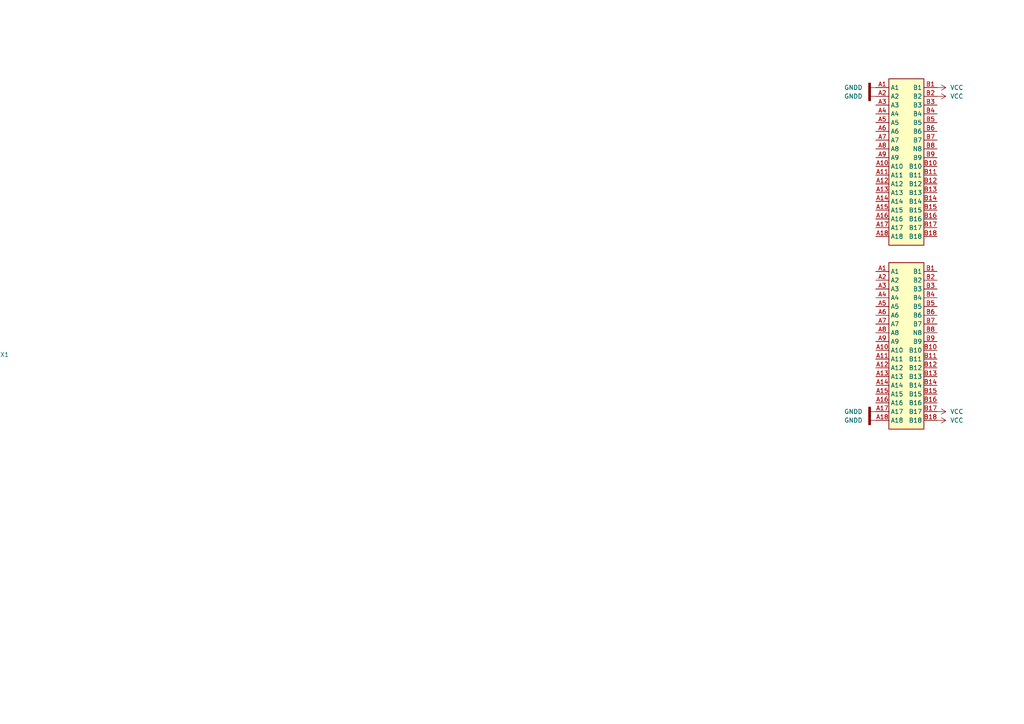
<source format=kicad_sch>
(kicad_sch (version 20230121) (generator eeschema)
  (paper "A4")
  (lib_symbols
    (symbol "Connector:Conn_01x36_Pin" (pin_names (offset 1.016) hide)
      (property "Reference" "J" (at 0 45.72 0))
      (property "Value" "Conn_01x36_Pin" (at 0 -48.26 0))
      (symbol "Conn_01x36_Pin_1_1"
        (polyline (pts (xy 1.27 -45.72) (xy 0.8636 -45.72)) (stroke (width 0.1524)))
        (polyline (pts (xy 1.27 -43.18) (xy 0.8636 -43.18)) (stroke (width 0.1524)))
        (polyline (pts (xy 1.27 -40.64) (xy 0.8636 -40.64)) (stroke (width 0.1524)))
        (polyline (pts (xy 1.27 -38.1) (xy 0.8636 -38.1)) (stroke (width 0.1524)))
        (polyline (pts (xy 1.27 -35.56) (xy 0.8636 -35.56)) (stroke (width 0.1524)))
        (polyline (pts (xy 1.27 -33.02) (xy 0.8636 -33.02)) (stroke (width 0.1524)))
        (polyline (pts (xy 1.27 -30.48) (xy 0.8636 -30.48)) (stroke (width 0.1524)))
        (polyline (pts (xy 1.27 -27.94) (xy 0.8636 -27.94)) (stroke (width 0.1524)))
        (polyline (pts (xy 1.27 -25.4) (xy 0.8636 -25.4)) (stroke (width 0.1524)))
        (polyline (pts (xy 1.27 -22.86) (xy 0.8636 -22.86)) (stroke (width 0.1524)))
        (polyline (pts (xy 1.27 -20.32) (xy 0.8636 -20.32)) (stroke (width 0.1524)))
        (polyline (pts (xy 1.27 -17.78) (xy 0.8636 -17.78)) (stroke (width 0.1524)))
        (polyline (pts (xy 1.27 -15.24) (xy 0.8636 -15.24)) (stroke (width 0.1524)))
        (polyline (pts (xy 1.27 -12.7) (xy 0.8636 -12.7)) (stroke (width 0.1524)))
        (polyline (pts (xy 1.27 -10.16) (xy 0.8636 -10.16)) (stroke (width 0.1524)))
        (polyline (pts (xy 1.27 -7.62) (xy 0.8636 -7.62)) (stroke (width 0.1524)))
        (polyline (pts (xy 1.27 -5.08) (xy 0.8636 -5.08)) (stroke (width 0.1524)))
        (polyline (pts (xy 1.27 -2.54) (xy 0.8636 -2.54)) (stroke (width 0.1524)))
        (polyline (pts (xy 1.27 0) (xy 0.8636 0)) (stroke (width 0.1524)))
        (polyline (pts (xy 1.27 2.54) (xy 0.8636 2.54)) (stroke (width 0.1524)))
        (polyline (pts (xy 1.27 5.08) (xy 0.8636 5.08)) (stroke (width 0.1524)))
        (polyline (pts (xy 1.27 7.62) (xy 0.8636 7.62)) (stroke (width 0.1524)))
        (polyline (pts (xy 1.27 10.16) (xy 0.8636 10.16)) (stroke (width 0.1524)))
        (polyline (pts (xy 1.27 12.7) (xy 0.8636 12.7)) (stroke (width 0.1524)))
        (polyline (pts (xy 1.27 15.24) (xy 0.8636 15.24)) (stroke (width 0.1524)))
        (polyline (pts (xy 1.27 17.78) (xy 0.8636 17.78)) (stroke (width 0.1524)))
        (polyline (pts (xy 1.27 20.32) (xy 0.8636 20.32)) (stroke (width 0.1524)))
        (polyline (pts (xy 1.27 22.86) (xy 0.8636 22.86)) (stroke (width 0.1524)))
        (polyline (pts (xy 1.27 25.4) (xy 0.8636 25.4)) (stroke (width 0.1524)))
        (polyline (pts (xy 1.27 27.94) (xy 0.8636 27.94)) (stroke (width 0.1524)))
        (polyline (pts (xy 1.27 30.48) (xy 0.8636 30.48)) (stroke (width 0.1524)))
        (polyline (pts (xy 1.27 33.02) (xy 0.8636 33.02)) (stroke (width 0.1524)))
        (polyline (pts (xy 1.27 35.56) (xy 0.8636 35.56)) (stroke (width 0.1524)))
        (polyline (pts (xy 1.27 38.1) (xy 0.8636 38.1)) (stroke (width 0.1524)))
        (polyline (pts (xy 1.27 40.64) (xy 0.8636 40.64)) (stroke (width 0.1524)))
        (polyline (pts (xy 1.27 43.18) (xy 0.8636 43.18)) (stroke (width 0.1524)))
        (rectangle (start 0.8636 -45.593) (end 0 -45.847) (stroke (width 0.1524)) (fill (type outline)))
        (rectangle (start 0.8636 -43.053) (end 0 -43.307) (stroke (width 0.1524)) (fill (type outline)))
        (rectangle (start 0.8636 -40.513) (end 0 -40.767) (stroke (width 0.1524)) (fill (type outline)))
        (rectangle (start 0.8636 -37.973) (end 0 -38.227) (stroke (width 0.1524)) (fill (type outline)))
        (rectangle (start 0.8636 -35.433) (end 0 -35.687) (stroke (width 0.1524)) (fill (type outline)))
        (rectangle (start 0.8636 -32.893) (end 0 -33.147) (stroke (width 0.1524)) (fill (type outline)))
        (rectangle (start 0.8636 -30.353) (end 0 -30.607) (stroke (width 0.1524)) (fill (type outline)))
        (rectangle (start 0.8636 -27.813) (end 0 -28.067) (stroke (width 0.1524)) (fill (type outline)))
        (rectangle (start 0.8636 -25.273) (end 0 -25.527) (stroke (width 0.1524)) (fill (type outline)))
        (rectangle (start 0.8636 -22.733) (end 0 -22.987) (stroke (width 0.1524)) (fill (type outline)))
        (rectangle (start 0.8636 -20.193) (end 0 -20.447) (stroke (width 0.1524)) (fill (type outline)))
        (rectangle (start 0.8636 -17.653) (end 0 -17.907) (stroke (width 0.1524)) (fill (type outline)))
        (rectangle (start 0.8636 -15.113) (end 0 -15.367) (stroke (width 0.1524)) (fill (type outline)))
        (rectangle (start 0.8636 -12.573) (end 0 -12.827) (stroke (width 0.1524)) (fill (type outline)))
        (rectangle (start 0.8636 -10.033) (end 0 -10.287) (stroke (width 0.1524)) (fill (type outline)))
        (rectangle (start 0.8636 -7.493) (end 0 -7.747) (stroke (width 0.1524)) (fill (type outline)))
        (rectangle (start 0.8636 -4.953) (end 0 -5.207) (stroke (width 0.1524)) (fill (type outline)))
        (rectangle (start 0.8636 -2.413) (end 0 -2.667) (stroke (width 0.1524)) (fill (type outline)))
        (rectangle (start 0.8636 0.127) (end 0 -0.127) (stroke (width 0.1524)) (fill (type outline)))
        (rectangle (start 0.8636 2.667) (end 0 2.413) (stroke (width 0.1524)) (fill (type outline)))
        (rectangle (start 0.8636 5.207) (end 0 4.953) (stroke (width 0.1524)) (fill (type outline)))
        (rectangle (start 0.8636 7.747) (end 0 7.493) (stroke (width 0.1524)) (fill (type outline)))
        (rectangle (start 0.8636 10.287) (end 0 10.033) (stroke (width 0.1524)) (fill (type outline)))
        (rectangle (start 0.8636 12.827) (end 0 12.573) (stroke (width 0.1524)) (fill (type outline)))
        (rectangle (start 0.8636 15.367) (end 0 15.113) (stroke (width 0.1524)) (fill (type outline)))
        (rectangle (start 0.8636 17.907) (end 0 17.653) (stroke (width 0.1524)) (fill (type outline)))
        (rectangle (start 0.8636 20.447) (end 0 20.193) (stroke (width 0.1524)) (fill (type outline)))
        (rectangle (start 0.8636 22.987) (end 0 22.733) (stroke (width 0.1524)) (fill (type outline)))
        (rectangle (start 0.8636 25.527) (end 0 25.273) (stroke (width 0.1524)) (fill (type outline)))
        (rectangle (start 0.8636 28.067) (end 0 27.813) (stroke (width 0.1524)) (fill (type outline)))
        (rectangle (start 0.8636 30.607) (end 0 30.353) (stroke (width 0.1524)) (fill (type outline)))
        (rectangle (start 0.8636 33.147) (end 0 32.893) (stroke (width 0.1524)) (fill (type outline)))
        (rectangle (start 0.8636 35.687) (end 0 35.433) (stroke (width 0.1524)) (fill (type outline)))
        (rectangle (start 0.8636 38.227) (end 0 37.973) (stroke (width 0.1524)) (fill (type outline)))
        (rectangle (start 0.8636 40.767) (end 0 40.513) (stroke (width 0.1524)) (fill (type outline)))
        (rectangle (start 0.8636 43.307) (end 0 43.053) (stroke (width 0.1524)) (fill (type outline)))
        (pin passive line (at 5.08 43.18 180) (length 3.81) (name "Pin_1") (number "1"))
        (pin passive line (at 5.08 20.32 180) (length 3.81) (name "Pin_10") (number "10"))
        (pin passive line (at 5.08 17.78 180) (length 3.81) (name "Pin_11") (number "11"))
        (pin passive line (at 5.08 15.24 180) (length 3.81) (name "Pin_12") (number "12"))
        (pin passive line (at 5.08 12.7 180) (length 3.81) (name "Pin_13") (number "13"))
        (pin passive line (at 5.08 10.16 180) (length 3.81) (name "Pin_14") (number "14"))
        (pin passive line (at 5.08 7.62 180) (length 3.81) (name "Pin_15") (number "15"))
        (pin passive line (at 5.08 5.08 180) (length 3.81) (name "Pin_16") (number "16"))
        (pin passive line (at 5.08 2.54 180) (length 3.81) (name "Pin_17") (number "17"))
        (pin passive line (at 5.08 0 180) (length 3.81) (name "Pin_18") (number "18"))
        (pin passive line (at 5.08 -2.54 180) (length 3.81) (name "Pin_19") (number "19"))
        (pin passive line (at 5.08 40.64 180) (length 3.81) (name "Pin_2") (number "2"))
        (pin passive line (at 5.08 -5.08 180) (length 3.81) (name "Pin_20") (number "20"))
        (pin passive line (at 5.08 -7.62 180) (length 3.81) (name "Pin_21") (number "21"))
        (pin passive line (at 5.08 -10.16 180) (length 3.81) (name "Pin_22") (number "22"))
        (pin passive line (at 5.08 -12.7 180) (length 3.81) (name "Pin_23") (number "23"))
        (pin passive line (at 5.08 -15.24 180) (length 3.81) (name "Pin_24") (number "24"))
        (pin passive line (at 5.08 -17.78 180) (length 3.81) (name "Pin_25") (number "25"))
        (pin passive line (at 5.08 -20.32 180) (length 3.81) (name "Pin_26") (number "26"))
        (pin passive line (at 5.08 -22.86 180) (length 3.81) (name "Pin_27") (number "27"))
        (pin passive line (at 5.08 -25.4 180) (length 3.81) (name "Pin_28") (number "28"))
        (pin passive line (at 5.08 -27.94 180) (length 3.81) (name "Pin_29") (number "29"))
        (pin passive line (at 5.08 38.1 180) (length 3.81) (name "Pin_3") (number "3"))
        (pin passive line (at 5.08 -30.48 180) (length 3.81) (name "Pin_30") (number "30"))
        (pin passive line (at 5.08 -33.02 180) (length 3.81) (name "Pin_31") (number "31"))
        (pin passive line (at 5.08 -35.56 180) (length 3.81) (name "Pin_32") (number "32"))
        (pin passive line (at 5.08 -38.1 180) (length 3.81) (name "Pin_33") (number "33"))
        (pin passive line (at 5.08 -40.64 180) (length 3.81) (name "Pin_34") (number "34"))
        (pin passive line (at 5.08 -43.18 180) (length 3.81) (name "Pin_35") (number "35"))
        (pin passive line (at 5.08 -45.72 180) (length 3.81) (name "Pin_36") (number "36"))
        (pin passive line (at 5.08 35.56 180) (length 3.81) (name "Pin_4") (number "4"))
        (pin passive line (at 5.08 33.02 180) (length 3.81) (name "Pin_5") (number "5"))
        (pin passive line (at 5.08 30.48 180) (length 3.81) (name "Pin_6") (number "6"))
        (pin passive line (at 5.08 27.94 180) (length 3.81) (name "Pin_7") (number "7"))
        (pin passive line (at 5.08 25.4 180) (length 3.81) (name "Pin_8") (number "8"))
        (pin passive line (at 5.08 22.86 180) (length 3.81) (name "Pin_9") (number "9"))
      )
    )
    (symbol "Device:C_Polarized" (pin_numbers hide) (pin_names (offset 0.254))
      (property "Reference" "C" (at 0.635 2.54 0))
      (property "Value" "C_Polarized" (at 0.635 -2.54 0))
      (symbol "C_Polarized_0_1"
        (rectangle (start -2.286 0.508) (end 2.286 1.016))
        (polyline (pts (xy -1.778 2.286) (xy -0.762 2.286)))
        (polyline (pts (xy -1.27 2.794) (xy -1.27 1.778)))
        (rectangle (start 2.286 -0.508) (end -2.286 -1.016) (fill (type outline)))
      )
      (symbol "C_Polarized_1_1"
        (pin passive line (at 0 3.81 270) (length 2.794) (name "~") (number "1"))
        (pin passive line (at 0 -3.81 90) (length 2.794) (name "~") (number "2"))
      )
    )
    (symbol "Device:LED" (pin_numbers hide) (pin_names (offset 1.016) hide)
      (property "Reference" "D" (at 0 2.54 0))
      (property "Value" "LED" (at 0 -2.54 0))
      (symbol "LED_0_1"
        (polyline (pts (xy -1.27 -1.27) (xy -1.27 1.27)) (stroke (width 0.254)))
        (polyline (pts (xy -1.27 0) (xy 1.27 0)))
        (polyline (pts (xy 1.27 -1.27) (xy 1.27 1.27) (xy -1.27 0) (xy 1.27 -1.27)) (stroke (width 0.254)))
        (polyline (pts (xy -3.048 -0.762) (xy -4.572 -2.286) (xy -3.81 -2.286) (xy -4.572 -2.286) (xy -4.572 -1.524)))
        (polyline (pts (xy -1.778 -0.762) (xy -3.302 -2.286) (xy -2.54 -2.286) (xy -3.302 -2.286) (xy -3.302 -1.524)))
      )
      (symbol "LED_1_1"
        (pin passive line (at -3.81 0 0) (length 2.54) (name "K") (number "1"))
        (pin passive line (at 3.81 0 180) (length 2.54) (name "A") (number "2"))
      )
    )
    (symbol "Device:R" (pin_numbers hide) (pin_names (offset 0))
      (property "Reference" "R" (at 2.032 0 90))
      (property "Value" "R" (at 0 0 90))
      (symbol "R_0_1"
        (rectangle (start -1.016 -2.54) (end 1.016 2.54) (stroke (width 0.254)))
      )
      (symbol "R_1_1"
        (pin passive line (at 0 3.81 270) (length 1.27) (name "~") (number "1"))
        (pin passive line (at 0 -3.81 90) (length 1.27) (name "~") (number "2"))
      )
    )
    (symbol "Mechanical:MountingHole" (pin_names (offset 1.016))
      (property "Reference" "H" (at 0 5.08 0))
      (property "Value" "MountingHole" (at 0 3.175 0))
      (symbol "MountingHole_0_1"
        (circle (center 0 0) (radius 1.27) (stroke (width 1.27)))
      )
    )
    (symbol "matseng:10018783-10200TLF"
      (property "Reference" "J" (at 21.59 7.62 0))
      (property "Value" "10018783-10200TLF" (at 21.59 5.08 0))
      (symbol "10018783-10200TLF_1_1"
        (rectangle (start 5.08 2.54) (end 20.32 -45.72) (stroke (width 0.254)) (fill (type background)))
        (pin passive line (at 0 0 0) (length 5.08) (name "A1") (number "A1"))
        (pin passive line (at 0 -22.86 0) (length 5.08) (name "A10") (number "A10"))
        (pin passive line (at 0 -25.4 0) (length 5.08) (name "A11") (number "A11"))
        (pin passive line (at 0 -27.94 0) (length 5.08) (name "A12") (number "A12"))
        (pin passive line (at 0 -30.48 0) (length 5.08) (name "A13") (number "A13"))
        (pin passive line (at 0 -33.02 0) (length 5.08) (name "A14") (number "A14"))
        (pin passive line (at 0 -35.56 0) (length 5.08) (name "A15") (number "A15"))
        (pin passive line (at 0 -38.1 0) (length 5.08) (name "A16") (number "A16"))
        (pin passive line (at 0 -40.64 0) (length 5.08) (name "A17") (number "A17"))
        (pin passive line (at 0 -43.18 0) (length 5.08) (name "A18") (number "A18"))
        (pin passive line (at 0 -2.54 0) (length 5.08) (name "A2") (number "A2"))
        (pin passive line (at 0 -5.08 0) (length 5.08) (name "A3") (number "A3"))
        (pin passive line (at 0 -7.62 0) (length 5.08) (name "A4") (number "A4"))
        (pin passive line (at 0 -10.16 0) (length 5.08) (name "A5") (number "A5"))
        (pin passive line (at 0 -12.7 0) (length 5.08) (name "A6") (number "A6"))
        (pin passive line (at 0 -15.24 0) (length 5.08) (name "A7") (number "A7"))
        (pin passive line (at 0 -17.78 0) (length 5.08) (name "A8") (number "A8"))
        (pin passive line (at 0 -20.32 0) (length 5.08) (name "A9") (number "A9"))
        (pin passive line (at 25.4 0 180) (length 5.08) (name "B1") (number "B1"))
        (pin passive line (at 25.4 -22.86 180) (length 5.08) (name "B10") (number "B10"))
        (pin passive line (at 25.4 -25.4 180) (length 5.08) (name "B11") (number "B11"))
        (pin passive line (at 25.4 -27.94 180) (length 5.08) (name "B12") (number "B12"))
        (pin passive line (at 25.4 -30.48 180) (length 5.08) (name "B13") (number "B13"))
        (pin passive line (at 25.4 -33.02 180) (length 5.08) (name "B14") (number "B14"))
        (pin passive line (at 25.4 -35.56 180) (length 5.08) (name "B15") (number "B15"))
        (pin passive line (at 25.4 -38.1 180) (length 5.08) (name "B16") (number "B16"))
        (pin passive line (at 25.4 -40.64 180) (length 5.08) (name "B17") (number "B17"))
        (pin passive line (at 25.4 -43.18 180) (length 5.08) (name "B18") (number "B18"))
        (pin passive line (at 25.4 -2.54 180) (length 5.08) (name "B2") (number "B2"))
        (pin passive line (at 25.4 -5.08 180) (length 5.08) (name "B3") (number "B3"))
        (pin passive line (at 25.4 -7.62 180) (length 5.08) (name "B4") (number "B4"))
        (pin passive line (at 25.4 -10.16 180) (length 5.08) (name "B5") (number "B5"))
        (pin passive line (at 25.4 -12.7 180) (length 5.08) (name "B6") (number "B6"))
        (pin passive line (at 25.4 -15.24 180) (length 5.08) (name "B7") (number "B7"))
        (pin passive line (at 25.4 -17.78 180) (length 5.08) (name "B8") (number "B8"))
        (pin passive line (at 25.4 -20.32 180) (length 5.08) (name "B9") (number "B9"))
      )
    )
    (symbol "matseng:CONN64" (in_bom no)
      (property "Reference" "X" (at 0 -24.13 0))
      (symbol "CONN64_0_1"
        (rectangle (start 0 1.27) (end 3.81 -161.29))
      )
      (symbol "CONN64_1_1"
        (pin unspecified line (at -2.54 0 0) (length 2.54) (name "1") (number "1"))
        (pin unspecified line (at -2.54 -22.86 0) (length 2.54) (name "1") (number "10"))
        (pin unspecified line (at -2.54 -25.4 0) (length 2.54) (name "1") (number "11"))
        (pin unspecified line (at -2.54 -27.94 0) (length 2.54) (name "1") (number "12"))
        (pin unspecified line (at -2.54 -30.48 0) (length 2.54) (name "1") (number "13"))
        (pin unspecified line (at -2.54 -33.02 0) (length 2.54) (name "1") (number "14"))
        (pin unspecified line (at -2.54 -35.56 0) (length 2.54) (name "1") (number "15"))
        (pin unspecified line (at -2.54 -38.1 0) (length 2.54) (name "1") (number "16"))
        (pin unspecified line (at -2.54 -40.64 0) (length 2.54) (name "1") (number "17"))
        (pin unspecified line (at -2.54 -43.18 0) (length 2.54) (name "1") (number "18"))
        (pin unspecified line (at -2.54 -45.72 0) (length 2.54) (name "1") (number "19"))
        (pin unspecified line (at -2.54 -2.54 0) (length 2.54) (name "1") (number "2"))
        (pin unspecified line (at -2.54 -48.26 0) (length 2.54) (name "1") (number "20"))
        (pin unspecified line (at -2.54 -50.8 0) (length 2.54) (name "1") (number "21"))
        (pin unspecified line (at -2.54 -53.34 0) (length 2.54) (name "1") (number "22"))
        (pin unspecified line (at -2.54 -55.88 0) (length 2.54) (name "1") (number "23"))
        (pin unspecified line (at -2.54 -58.42 0) (length 2.54) (name "1") (number "24"))
        (pin unspecified line (at -2.54 -60.96 0) (length 2.54) (name "1") (number "25"))
        (pin unspecified line (at -2.54 -63.5 0) (length 2.54) (name "1") (number "26"))
        (pin unspecified line (at -2.54 -66.04 0) (length 2.54) (name "1") (number "27"))
        (pin unspecified line (at -2.54 -68.58 0) (length 2.54) (name "1") (number "28"))
        (pin unspecified line (at -2.54 -71.12 0) (length 2.54) (name "1") (number "29"))
        (pin unspecified line (at -2.54 -5.08 0) (length 2.54) (name "1") (number "3"))
        (pin unspecified line (at -2.54 -73.66 0) (length 2.54) (name "1") (number "30"))
        (pin unspecified line (at -2.54 -76.2 0) (length 2.54) (name "1") (number "31"))
        (pin unspecified line (at -2.54 -78.74 0) (length 2.54) (name "1") (number "32"))
        (pin unspecified line (at -2.54 -81.28 0) (length 2.54) (name "1") (number "33"))
        (pin unspecified line (at -2.54 -83.82 0) (length 2.54) (name "1") (number "34"))
        (pin unspecified line (at -2.54 -86.36 0) (length 2.54) (name "1") (number "35"))
        (pin unspecified line (at -2.54 -88.9 0) (length 2.54) (name "1") (number "36"))
        (pin unspecified line (at -2.54 -91.44 0) (length 2.54) (name "1") (number "37"))
        (pin unspecified line (at -2.54 -93.98 0) (length 2.54) (name "1") (number "38"))
        (pin unspecified line (at -2.54 -96.52 0) (length 2.54) (name "1") (number "39"))
        (pin unspecified line (at -2.54 -7.62 0) (length 2.54) (name "1") (number "4"))
        (pin unspecified line (at -2.54 -99.06 0) (length 2.54) (name "1") (number "40"))
        (pin unspecified line (at -2.54 -101.6 0) (length 2.54) (name "1") (number "41"))
        (pin unspecified line (at -2.54 -104.14 0) (length 2.54) (name "1") (number "42"))
        (pin unspecified line (at -2.54 -106.68 0) (length 2.54) (name "1") (number "43"))
        (pin unspecified line (at -2.54 -109.22 0) (length 2.54) (name "1") (number "44"))
        (pin unspecified line (at -2.54 -111.76 0) (length 2.54) (name "1") (number "45"))
        (pin unspecified line (at -2.54 -114.3 0) (length 2.54) (name "1") (number "46"))
        (pin unspecified line (at -2.54 -116.84 0) (length 2.54) (name "1") (number "47"))
        (pin unspecified line (at -2.54 -119.38 0) (length 2.54) (name "1") (number "48"))
        (pin unspecified line (at -2.54 -121.92 0) (length 2.54) (name "1") (number "49"))
        (pin unspecified line (at -2.54 -10.16 0) (length 2.54) (name "1") (number "5"))
        (pin unspecified line (at -2.54 -124.46 0) (length 2.54) (name "1") (number "50"))
        (pin unspecified line (at -2.54 -127 0) (length 2.54) (name "1") (number "51"))
        (pin unspecified line (at -2.54 -129.54 0) (length 2.54) (name "1") (number "52"))
        (pin unspecified line (at -2.54 -132.08 0) (length 2.54) (name "1") (number "53"))
        (pin unspecified line (at -2.54 -134.62 0) (length 2.54) (name "1") (number "54"))
        (pin unspecified line (at -2.54 -137.16 0) (length 2.54) (name "1") (number "55"))
        (pin unspecified line (at -2.54 -139.7 0) (length 2.54) (name "1") (number "56"))
        (pin unspecified line (at -2.54 -142.24 0) (length 2.54) (name "1") (number "57"))
        (pin unspecified line (at -2.54 -144.78 0) (length 2.54) (name "1") (number "58"))
        (pin unspecified line (at -2.54 -147.32 0) (length 2.54) (name "1") (number "59"))
        (pin unspecified line (at -2.54 -12.7 0) (length 2.54) (name "1") (number "6"))
        (pin unspecified line (at -2.54 -149.86 0) (length 2.54) (name "1") (number "60"))
        (pin unspecified line (at -2.54 -152.4 0) (length 2.54) (name "1") (number "61"))
        (pin unspecified line (at -2.54 -154.94 0) (length 2.54) (name "1") (number "62"))
        (pin unspecified line (at -2.54 -157.48 0) (length 2.54) (name "1") (number "63"))
        (pin unspecified line (at -2.54 -160.02 0) (length 2.54) (name "1") (number "64"))
        (pin unspecified line (at -2.54 -15.24 0) (length 2.54) (name "1") (number "7"))
        (pin unspecified line (at -2.54 -17.78 0) (length 2.54) (name "1") (number "8"))
        (pin unspecified line (at -2.54 -20.32 0) (length 2.54) (name "1") (number "9"))
      )
    )
    (symbol "matseng:PCIe36-CardEdge"
      (property "Reference" "J" (at -5.08 24.13 0))
      (property "Value" "Bus_PCI_Express_x1" (at 0 11.43 90))
      (symbol "PCIe36-CardEdge_0_1"
        (rectangle (start -5.08 22.86) (end 5.08 -25.4) (stroke (width 0.254)) (fill (type background)))
      )
      (symbol "PCIe36-CardEdge_1_1"
        (pin unspecified line (at -8.89 20.32 0) (length 3.81) (name "A1") (number "A1"))
        (pin unspecified line (at -8.89 -2.54 0) (length 3.81) (name "A10") (number "A10"))
        (pin unspecified line (at -8.89 -5.08 0) (length 3.81) (name "A11") (number "A11"))
        (pin unspecified line (at -8.89 -7.62 0) (length 3.81) (name "A12") (number "A12"))
        (pin unspecified line (at -8.89 -10.16 0) (length 3.81) (name "A13") (number "A13"))
        (pin unspecified line (at -8.89 -12.7 0) (length 3.81) (name "A14") (number "A14"))
        (pin unspecified line (at -8.89 -15.24 0) (length 3.81) (name "A15") (number "A15"))
        (pin unspecified line (at -8.89 -17.78 0) (length 3.81) (name "A16") (number "A16"))
        (pin unspecified line (at -8.89 -20.32 0) (length 3.81) (name "A17") (number "A17"))
        (pin unspecified line (at -8.89 -22.86 0) (length 3.81) (name "A18") (number "A18"))
        (pin unspecified line (at -8.89 17.78 0) (length 3.81) (name "A2") (number "A2"))
        (pin unspecified line (at -8.89 15.24 0) (length 3.81) (name "A3") (number "A3"))
        (pin unspecified line (at -8.89 12.7 0) (length 3.81) (name "A4") (number "A4"))
        (pin unspecified line (at -8.89 10.16 0) (length 3.81) (name "A5") (number "A5"))
        (pin unspecified line (at -8.89 7.62 0) (length 3.81) (name "A6") (number "A6"))
        (pin unspecified line (at -8.89 5.08 0) (length 3.81) (name "A7") (number "A7"))
        (pin unspecified line (at -8.89 2.54 0) (length 3.81) (name "A8") (number "A8"))
        (pin unspecified line (at -8.89 0 0) (length 3.81) (name "A9") (number "A9"))
        (pin unspecified line (at 8.89 20.32 180) (length 3.81) (name "B1") (number "B1"))
        (pin unspecified line (at 8.89 -2.54 180) (length 3.81) (name "B10") (number "B10"))
        (pin unspecified line (at 8.89 -5.08 180) (length 3.81) (name "B11") (number "B11"))
        (pin unspecified line (at 8.89 -7.62 180) (length 3.81) (name "B12") (number "B12"))
        (pin unspecified line (at 8.89 -10.16 180) (length 3.81) (name "B13") (number "B13"))
        (pin unspecified line (at 8.89 -12.7 180) (length 3.81) (name "B14") (number "B14"))
        (pin unspecified line (at 8.89 -15.24 180) (length 3.81) (name "B15") (number "B15"))
        (pin unspecified line (at 8.89 -17.78 180) (length 3.81) (name "B16") (number "B16"))
        (pin unspecified line (at 8.89 -20.32 180) (length 3.81) (name "B17") (number "B17"))
        (pin unspecified line (at 8.89 -22.86 180) (length 3.81) (name "B18") (number "B18"))
        (pin unspecified line (at 8.89 17.78 180) (length 3.81) (name "B2") (number "B2"))
        (pin unspecified line (at 8.89 15.24 180) (length 3.81) (name "B3") (number "B3"))
        (pin unspecified line (at 8.89 12.7 180) (length 3.81) (name "B4") (number "B4"))
        (pin unspecified line (at 8.89 10.16 180) (length 3.81) (name "B5") (number "B5"))
        (pin unspecified line (at 8.89 7.62 180) (length 3.81) (name "B6") (number "B6"))
        (pin unspecified line (at 8.89 5.08 180) (length 3.81) (name "B7") (number "B7"))
        (pin unspecified line (at 8.89 2.54 180) (length 3.81) (name "N8") (number "B8"))
        (pin unspecified line (at 8.89 0 180) (length 3.81) (name "B9") (number "B9"))
      )
    )
    (symbol "power:GNDD" (power) (pin_names (offset 0))
      (property "Value" "GNDD" (at 0 -3.175 0))
      (symbol "GNDD_0_1"
        (rectangle (start -1.27 -1.524) (end 1.27 -2.032) (stroke (width 0.254)) (fill (type outline)))
        (polyline (pts (xy 0 0) (xy 0 -1.524)))
      )
      (symbol "GNDD_1_1"
        (pin power_in line (at 0 0 270) (length 0) hide (name "GNDD") (number "1"))
      )
    )
    (symbol "power:VCC" (power) (pin_names (offset 0))
      (property "Value" "VCC" (at 0 3.81 0))
      (symbol "VCC_0_1"
        (polyline (pts (xy -0.762 1.27) (xy 0 2.54)))
        (polyline (pts (xy 0 0) (xy 0 2.54)))
        (polyline (pts (xy 0 2.54) (xy 0.762 1.27)))
      )
      (symbol "VCC_1_1"
        (pin power_in line (at 0 0 90) (length 0) hide (name "VCC") (number "1"))
      )
    )
  )
  (junction (at 62.23 -63.5))
  (junction (at -15.24 38.1))
  (junction (at -78.74 71.12))
  (junction (at 58.42 -48.26))
  (junction (at -71.12 101.6))
  (junction (at -25.4 124.46))
  (junction (at -77.47 76.2))
  (junction (at -26.67 83.82))
  (junction (at 62.23 -66.04))
  (junction (at 78.74 -66.04))
  (junction (at -83.82 157.48))
  (junction (at -73.66 116.84))
  (junction (at -78.74 137.16))
  (junction (at -81.28 60.96))
  (junction (at -21.59 63.5))
  (junction (at -11.43 22.86))
  (junction (at -17.78 154.94))
  (junction (at 78.74 -46.99))
  (junction (at -80.01 142.24))
  (junction (at -76.2 81.28))
  (junction (at -82.55 152.4))
  (junction (at -73.66 91.44))
  (junction (at -85.09 162.56))
  (junction (at -87.63 35.56))
  (junction (at -30.48 104.14))
  (junction (at -74.93 86.36))
  (junction (at -19.05 53.34))
  (junction (at 62.23 -60.96))
  (junction (at 58.42 -46.99))
  (junction (at -85.09 45.72))
  (junction (at -21.59 139.7))
  (junction (at -80.01 66.04))
  (junction (at -24.13 73.66))
  (junction (at -90.17 182.88))
  (junction (at -30.48 99.06))
  (junction (at -13.97 33.02))
  (junction (at -25.4 78.74))
  (junction (at -82.55 55.88))
  (junction (at 58.42 -53.34))
  (junction (at -16.51 43.18))
  (junction (at -88.9 177.8))
  (junction (at -88.9 30.48))
  (junction (at -20.32 144.78))
  (junction (at -29.21 109.22))
  (junction (at -27.94 114.3))
  (junction (at 72.39 -66.04))
  (junction (at -12.7 27.94))
  (junction (at -29.21 93.98))
  (junction (at -11.43 180.34))
  (junction (at -19.05 149.86))
  (junction (at -74.93 121.92))
  (junction (at -26.67 119.38))
  (junction (at -83.82 50.8))
  (junction (at -22.86 134.62))
  (junction (at 72.39 -46.99))
  (junction (at -20.32 58.42))
  (junction (at -77.47 132.08))
  (junction (at -27.94 88.9))
  (junction (at -90.17 25.4))
  (junction (at -22.86 68.58))
  (junction (at -12.7 175.26))
  (junction (at -72.39 96.52))
  (junction (at -87.63 172.72))
  (junction (at -13.97 170.18))
  (junction (at -72.39 111.76))
  (junction (at -17.78 48.26))
  (junction (at -15.24 165.1))
  (junction (at -86.36 40.64))
  (junction (at 58.42 -50.8))
  (junction (at -71.12 106.68))
  (junction (at -86.36 167.64))
  (junction (at -16.51 160.02))
  (junction (at -24.13 129.54))
  (junction (at -81.28 147.32))
  (junction (at -76.2 127))
  (wire (pts (xy -91.44 55.88) (xy -82.55 55.88)))
  (wire (pts (xy -11.43 -20.32) (xy -11.43 22.86)))
  (wire (pts (xy -16.51 43.18) (xy -8.89 43.18)))
  (wire (pts (xy 62.23 -60.96) (xy 62.23 -58.42)))
  (wire (pts (xy -91.44 182.88) (xy -90.17 182.88)))
  (wire (pts (xy -91.44 152.4) (xy -82.55 152.4)))
  (wire (pts (xy -91.44 147.32) (xy -81.28 147.32)))
  (wire (pts (xy -38.1 5.08) (xy -24.13 5.08)))
  (wire (pts (xy -72.39 111.76) (xy -72.39 201.93)))
  (wire (pts (xy -91.44 119.38) (xy -26.67 119.38)))
  (wire (pts (xy -91.44 111.76) (xy -72.39 111.76)))
  (wire (pts (xy -91.44 45.72) (xy -85.09 45.72)))
  (wire (pts (xy -38.1 229.87) (xy -15.24 229.87)))
  (wire (pts (xy -77.47 212.09) (xy -63.5 212.09)))
  (wire (pts (xy -38.1 -20.32) (xy -11.43 -20.32)))
  (wire (pts (xy -91.44 172.72) (xy -87.63 172.72)))
  (wire (pts (xy -91.44 81.28) (xy -76.2 81.28)))
  (wire (pts (xy -80.01 217.17) (xy -63.5 217.17)))
  (wire (pts (xy -71.12 106.68) (xy -8.89 106.68)))
  (wire (pts (xy -24.13 73.66) (xy -8.89 73.66)))
  (wire (pts (xy -90.17 -20.32) (xy -90.17 25.4)))
  (wire (pts (xy -82.55 152.4) (xy -8.89 152.4)))
  (wire (pts (xy -91.44 68.58) (xy -22.86 68.58)))
  (wire (pts (xy -24.13 5.08) (xy -24.13 73.66)))
  (wire (pts (xy -19.05 149.86) (xy -19.05 222.25)))
  (wire (pts (xy -38.1 0) (xy -21.59 0)))
  (wire (pts (xy -12.7 175.26) (xy -12.7 234.95)))
  (wire (pts (xy -21.59 0) (xy -21.59 63.5)))
  (wire (pts (xy -87.63 232.41) (xy -63.5 232.41)))
  (wire (pts (xy -90.17 237.49) (xy -63.5 237.49)))
  (wire (pts (xy -66.04 242.57) (xy -63.5 242.57)))
  (wire (pts (xy -85.09 -10.16) (xy -63.5 -10.16)))
  (wire (pts (xy -38.1 10.16) (xy -26.67 10.16)))
  (wire (pts (xy -76.2 209.55) (xy -63.5 209.55)))
  (wire (pts (xy -15.24 38.1) (xy -8.89 38.1)))
  (wire (pts (xy -12.7 27.94) (xy -8.89 27.94)))
  (wire (pts (xy 58.42 -53.34) (xy 58.42 -50.8)))
  (wire (pts (xy -86.36 167.64) (xy -8.89 167.64)))
  (wire (pts (xy -66.04 240.03) (xy -63.5 240.03)))
  (wire (pts (xy -80.01 142.24) (xy -8.89 142.24)))
  (wire (pts (xy -91.44 83.82) (xy -26.67 83.82)))
  (wire (pts (xy -38.1 240.03) (xy -35.56 240.03)))
  (wire (pts (xy -22.86 134.62) (xy -8.89 134.62)))
  (wire (pts (xy -86.36 40.64) (xy -8.89 40.64)))
  (wire (pts (xy -38.1 201.93) (xy -29.21 201.93)))
  (wire (pts (xy -91.44 53.34) (xy -19.05 53.34)))
  (wire (pts (xy -91.44 157.48) (xy -83.82 157.48)))
  (wire (pts (xy -85.09 45.72) (xy -8.89 45.72)))
  (wire (pts (xy -11.43 180.34) (xy -8.89 180.34)))
  (wire (pts (xy -91.44 116.84) (xy -73.66 116.84)))
  (wire (pts (xy -24.13 129.54) (xy -24.13 212.09)))
  (wire (pts (xy -29.21 93.98) (xy -8.89 93.98)))
  (wire (pts (xy 78.74 -59.69) (xy 78.74 -66.04)))
  (wire (pts (xy -77.47 5.08) (xy -77.47 76.2)))
  (wire (pts (xy -91.44 25.4) (xy -90.17 25.4)))
  (wire (pts (xy -88.9 177.8) (xy -88.9 234.95)))
  (wire (pts (xy -27.94 114.3) (xy -27.94 204.47)))
  (wire (pts (xy -72.39 111.76) (xy -8.89 111.76)))
  (wire (pts (xy -91.44 121.92) (xy -74.93 121.92)))
  (wire (pts (xy -17.78 48.26) (xy -8.89 48.26)))
  (wire (pts (xy -72.39 15.24) (xy -63.5 15.24)))
  (wire (pts (xy 58.42 -46.99) (xy 58.42 -45.72)))
  (wire (pts (xy -38.1 -15.24) (xy -13.97 -15.24)))
  (wire (pts (xy -91.44 127) (xy -76.2 127)))
  (wire (pts (xy -22.86 134.62) (xy -22.86 214.63)))
  (wire (pts (xy -19.05 149.86) (xy -8.89 149.86)))
  (wire (pts (xy -73.66 116.84) (xy -73.66 204.47)))
  (wire (pts (xy -91.44 99.06) (xy -30.48 99.06)))
  (wire (pts (xy 58.42 -53.34) (xy 58.42 -55.88)))
  (wire (pts (xy -91.44 129.54) (xy -24.13 129.54)))
  (wire (pts (xy -81.28 -2.54) (xy -81.28 60.96)))
  (wire (pts (xy -25.4 7.62) (xy -25.4 78.74)))
  (wire (pts (xy -91.44 139.7) (xy -21.59 139.7)))
  (wire (pts (xy -19.05 -5.08) (xy -19.05 53.34)))
  (wire (pts (xy -16.51 160.02) (xy -8.89 160.02)))
  (wire (pts (xy -30.48 99.06) (xy -8.89 99.06)))
  (wire (pts (xy -91.44 109.22) (xy -29.21 109.22)))
  (wire (pts (xy -91.44 177.8) (xy -88.9 177.8)))
  (wire (pts (xy -38.1 214.63) (xy -22.86 214.63)))
  (wire (pts (xy -25.4 78.74) (xy -8.89 78.74)))
  (wire (pts (xy 62.23 -66.04) (xy 62.23 -63.5)))
  (wire (pts (xy -74.93 121.92) (xy -74.93 207.01)))
  (wire (pts (xy -91.44 106.68) (xy -71.12 106.68)))
  (wire (pts (xy -90.17 182.88) (xy -90.17 237.49)))
  (wire (pts (xy -81.28 147.32) (xy -81.28 219.71)))
  (wire (pts (xy -91.44 142.24) (xy -80.01 142.24)))
  (wire (pts (xy 58.42 -48.26) (xy 62.23 -48.26)))
  (wire (pts (xy -22.86 68.58) (xy -8.89 68.58)))
  (wire (pts (xy -29.21 15.24) (xy -29.21 93.98)))
  (wire (pts (xy -91.44 167.64) (xy -86.36 167.64)))
  (wire (pts (xy -91.44 30.48) (xy -88.9 30.48)))
  (wire (pts (xy -91.44 86.36) (xy -74.93 86.36)))
  (wire (pts (xy -85.09 162.56) (xy -85.09 227.33)))
  (wire (pts (xy -90.17 -20.32) (xy -63.5 -20.32)))
  (wire (pts (xy -76.2 81.28) (xy -8.89 81.28)))
  (wire (pts (xy -30.48 17.78) (xy -30.48 99.06)))
  (wire (pts (xy -38.1 199.39) (xy -30.48 199.39)))
  (wire (pts (xy -88.9 234.95) (xy -63.5 234.95)))
  (wire (pts (xy -90.17 25.4) (xy -8.89 25.4)))
  (wire (pts (xy -21.59 139.7) (xy -21.59 217.17)))
  (wire (pts (xy -73.66 116.84) (xy -8.89 116.84)))
  (wire (pts (xy -78.74 2.54) (xy -63.5 2.54)))
  (wire (pts (xy -13.97 33.02) (xy -8.89 33.02)))
  (wire (pts (xy -91.44 27.94) (xy -12.7 27.94)))
  (wire (pts (xy -15.24 165.1) (xy -8.89 165.1)))
  (wire (pts (xy -88.9 -17.78) (xy -63.5 -17.78)))
  (wire (pts (xy -83.82 -7.62) (xy -63.5 -7.62)))
  (wire (pts (xy -38.1 -10.16) (xy -16.51 -10.16)))
  (wire (pts (xy -88.9 -17.78) (xy -88.9 30.48)))
  (wire (pts (xy -86.36 229.87) (xy -63.5 229.87)))
  (wire (pts (xy -91.44 93.98) (xy -29.21 93.98)))
  (wire (pts (xy -38.1 209.55) (xy -25.4 209.55)))
  (wire (pts (xy -38.1 17.78) (xy -30.48 17.78)))
  (wire (pts (xy 95.25 -46.99) (xy 95.25 -48.26)))
  (wire (pts (xy -71.12 17.78) (xy -71.12 101.6)))
  (wire (pts (xy -72.39 15.24) (xy -72.39 96.52)))
  (wire (pts (xy -83.82 50.8) (xy -8.89 50.8)))
  (wire (pts (xy -77.47 76.2) (xy -8.89 76.2)))
  (wire (pts (xy -83.82 157.48) (xy -83.82 224.79)))
  (wire (pts (xy -85.09 227.33) (xy -63.5 227.33)))
  (wire (pts (xy -81.28 -2.54) (xy -63.5 -2.54)))
  (wire (pts (xy -91.44 144.78) (xy -20.32 144.78)))
  (wire (pts (xy -66.04 -25.4) (xy -63.5 -25.4)))
  (wire (pts (xy -30.48 104.14) (xy -30.48 199.39)))
  (wire (pts (xy 62.23 -66.04) (xy 72.39 -66.04)))
  (wire (pts (xy -91.44 180.34) (xy -11.43 180.34)))
  (wire (pts (xy -87.63 172.72) (xy -87.63 232.41)))
  (wire (pts (xy -91.44 88.9) (xy -27.94 88.9)))
  (wire (pts (xy -77.47 132.08) (xy -77.47 212.09)))
  (wire (pts (xy -20.32 -2.54) (xy -20.32 58.42)))
  (wire (pts (xy -91.44 175.26) (xy -12.7 175.26)))
  (wire (pts (xy -16.51 -10.16) (xy -16.51 43.18)))
  (wire (pts (xy -73.66 204.47) (xy -63.5 204.47)))
  (wire (pts (xy -81.28 60.96) (xy -8.89 60.96)))
  (wire (pts (xy -77.47 5.08) (xy -63.5 5.08)))
  (wire (pts (xy -73.66 12.7) (xy -63.5 12.7)))
  (wire (pts (xy -86.36 167.64) (xy -86.36 229.87)))
  (wire (pts (xy -91.44 66.04) (xy -80.01 66.04)))
  (wire (pts (xy -17.78 154.94) (xy -8.89 154.94)))
  (wire (pts (xy -27.94 88.9) (xy -8.89 88.9)))
  (wire (pts (xy -20.32 144.78) (xy -8.89 144.78)))
  (wire (pts (xy -17.78 154.94) (xy -17.78 224.79)))
  (wire (pts (xy -87.63 -15.24) (xy -63.5 -15.24)))
  (wire (pts (xy 78.74 -52.07) (xy 78.74 -46.99)))
  (wire (pts (xy -38.1 2.54) (xy -22.86 2.54)))
  (wire (pts (xy -13.97 -15.24) (xy -13.97 33.02)))
  (wire (pts (xy -71.12 199.39) (xy -63.5 199.39)))
  (wire (pts (xy -91.44 63.5) (xy -21.59 63.5)))
  (wire (pts (xy -86.36 -12.7) (xy -63.5 -12.7)))
  (wire (pts (xy -91.44 78.74) (xy -25.4 78.74)))
  (wire (pts (xy 72.39 -66.04) (xy 78.74 -66.04)))
  (wire (pts (xy 78.74 -66.04) (xy 95.25 -66.04)))
  (wire (pts (xy -82.55 -5.08) (xy -63.5 -5.08)))
  (wire (pts (xy -11.43 180.34) (xy -11.43 237.49)))
  (wire (pts (xy -73.66 12.7) (xy -73.66 91.44)))
  (wire (pts (xy -91.44 104.14) (xy -30.48 104.14)))
  (wire (pts (xy -80.01 142.24) (xy -80.01 217.17)))
  (wire (pts (xy -85.09 -10.16) (xy -85.09 45.72)))
  (wire (pts (xy 58.42 -53.34) (xy 62.23 -53.34)))
  (wire (pts (xy -77.47 132.08) (xy -8.89 132.08)))
  (wire (pts (xy -91.44 160.02) (xy -16.51 160.02)))
  (wire (pts (xy -87.63 35.56) (xy -8.89 35.56)))
  (wire (pts (xy -17.78 -7.62) (xy -17.78 48.26)))
  (wire (pts (xy -29.21 109.22) (xy -29.21 201.93)))
  (wire (pts (xy -38.1 232.41) (xy -13.97 232.41)))
  (wire (pts (xy -38.1 7.62) (xy -25.4 7.62)))
  (wire (pts (xy -11.43 22.86) (xy -8.89 22.86)))
  (wire (pts (xy -81.28 147.32) (xy -8.89 147.32)))
  (wire (pts (xy -78.74 137.16) (xy -8.89 137.16)))
  (wire (pts (xy 58.42 -55.88) (xy 62.23 -55.88)))
  (wire (pts (xy -25.4 124.46) (xy -8.89 124.46)))
  (wire (pts (xy -13.97 170.18) (xy -8.89 170.18)))
  (wire (pts (xy -91.44 137.16) (xy -78.74 137.16)))
  (wire (pts (xy -91.44 73.66) (xy -24.13 73.66)))
  (wire (pts (xy -87.63 -15.24) (xy -87.63 35.56)))
  (wire (pts (xy -63.5 17.78) (xy -71.12 17.78)))
  (wire (pts (xy -91.44 170.18) (xy -13.97 170.18)))
  (wire (pts (xy -82.55 222.25) (xy -63.5 222.25)))
  (wire (pts (xy -91.44 132.08) (xy -77.47 132.08)))
  (wire (pts (xy -82.55 152.4) (xy -82.55 222.25)))
  (wire (pts (xy -16.51 160.02) (xy -16.51 227.33)))
  (wire (pts (xy -91.44 76.2) (xy -77.47 76.2)))
  (wire (pts (xy -27.94 12.7) (xy -27.94 88.9)))
  (wire (pts (xy -38.1 -2.54) (xy -20.32 -2.54)))
  (wire (pts (xy -76.2 7.62) (xy -76.2 81.28)))
  (wire (pts (xy -26.67 119.38) (xy -8.89 119.38)))
  (wire (pts (xy -24.13 129.54) (xy -8.89 129.54)))
  (wire (pts (xy 58.42 -58.42) (xy 62.23 -58.42)))
  (wire (pts (xy -72.39 201.93) (xy -63.5 201.93)))
  (wire (pts (xy -38.1 234.95) (xy -12.7 234.95)))
  (wire (pts (xy -78.74 2.54) (xy -78.74 71.12)))
  (wire (pts (xy -80.01 0) (xy -80.01 66.04)))
  (wire (pts (xy -26.67 83.82) (xy -8.89 83.82)))
  (wire (pts (xy -91.44 124.46) (xy -25.4 124.46)))
  (wire (pts (xy -76.2 127) (xy -8.89 127)))
  (wire (pts (xy -76.2 7.62) (xy -63.5 7.62)))
  (wire (pts (xy -88.9 177.8) (xy -8.89 177.8)))
  (wire (pts (xy -38.1 237.49) (xy -11.43 237.49)))
  (wire (pts (xy 58.42 -60.96) (xy 62.23 -60.96)))
  (wire (pts (xy -73.66 91.44) (xy -8.89 91.44)))
  (wire (pts (xy -27.94 114.3) (xy -8.89 114.3)))
  (wire (pts (xy -91.44 58.42) (xy -20.32 58.42)))
  (wire (pts (xy -91.44 71.12) (xy -78.74 71.12)))
  (wire (pts (xy -38.1 15.24) (xy -29.21 15.24)))
  (wire (pts (xy -90.17 182.88) (xy -8.89 182.88)))
  (wire (pts (xy -72.39 96.52) (xy -8.89 96.52)))
  (wire (pts (xy -83.82 -7.62) (xy -83.82 50.8)))
  (wire (pts (xy -20.32 58.42) (xy -8.89 58.42)))
  (wire (pts (xy -19.05 53.34) (xy -8.89 53.34)))
  (wire (pts (xy -91.44 50.8) (xy -83.82 50.8)))
  (wire (pts (xy -38.1 -17.78) (xy -12.7 -17.78)))
  (wire (pts (xy 72.39 -59.69) (xy 72.39 -66.04)))
  (wire (pts (xy -25.4 124.46) (xy -25.4 209.55)))
  (wire (pts (xy -13.97 170.18) (xy -13.97 232.41)))
  (wire (pts (xy -88.9 30.48) (xy -8.89 30.48)))
  (wire (pts (xy -78.74 137.16) (xy -78.74 214.63)))
  (wire (pts (xy -26.67 10.16) (xy -26.67 83.82)))
  (wire (pts (xy -38.1 207.01) (xy -26.67 207.01)))
  (wire (pts (xy -12.7 175.26) (xy -8.89 175.26)))
  (wire (pts (xy -91.44 91.44) (xy -73.66 91.44)))
  (wire (pts (xy -38.1 242.57) (xy -35.56 242.57)))
  (wire (pts (xy -29.21 109.22) (xy -8.89 109.22)))
  (wire (pts (xy -91.44 43.18) (xy -16.51 43.18)))
  (wire (pts (xy -91.44 22.86) (xy -11.43 22.86)))
  (wire (pts (xy -91.44 40.64) (xy -86.36 40.64)))
  (wire (pts (xy -87.63 172.72) (xy -8.89 172.72)))
  (wire (pts (xy -38.1 -22.86) (xy -35.56 -22.86)))
  (wire (pts (xy -38.1 217.17) (xy -21.59 217.17)))
  (wire (pts (xy -38.1 -12.7) (xy -15.24 -12.7)))
  (wire (pts (xy 58.42 -63.5) (xy 62.23 -63.5)))
  (wire (pts (xy -91.44 149.86) (xy -19.05 149.86)))
  (wire (pts (xy 58.42 -66.04) (xy 62.23 -66.04)))
  (wire (pts (xy -22.86 2.54) (xy -22.86 68.58)))
  (wire (pts (xy -74.93 10.16) (xy -74.93 86.36)))
  (wire (pts (xy -38.1 204.47) (xy -27.94 204.47)))
  (wire (pts (xy 58.42 -48.26) (xy 58.42 -46.99)))
  (wire (pts (xy -86.36 -12.7) (xy -86.36 40.64)))
  (wire (pts (xy -80.01 66.04) (xy -8.89 66.04)))
  (wire (pts (xy -78.74 214.63) (xy -63.5 214.63)))
  (wire (pts (xy -38.1 219.71) (xy -20.32 219.71)))
  (wire (pts (xy 72.39 -46.99) (xy 72.39 -52.07)))
  (wire (pts (xy -38.1 222.25) (xy -19.05 222.25)))
  (wire (pts (xy -78.74 71.12) (xy -8.89 71.12)))
  (wire (pts (xy -38.1 -7.62) (xy -17.78 -7.62)))
  (wire (pts (xy -26.67 119.38) (xy -26.67 207.01)))
  (wire (pts (xy 95.25 -58.42) (xy 95.25 -55.88)))
  (wire (pts (xy -20.32 144.78) (xy -20.32 219.71)))
  (wire (pts (xy -83.82 157.48) (xy -8.89 157.48)))
  (wire (pts (xy -74.93 121.92) (xy -8.89 121.92)))
  (wire (pts (xy -38.1 212.09) (xy -24.13 212.09)))
  (wire (pts (xy -71.12 101.6) (xy -8.89 101.6)))
  (wire (pts (xy -91.44 48.26) (xy -17.78 48.26)))
  (wire (pts (xy -91.44 96.52) (xy -72.39 96.52)))
  (wire (pts (xy -66.04 -22.86) (xy -63.5 -22.86)))
  (wire (pts (xy -91.44 162.56) (xy -85.09 162.56)))
  (wire (pts (xy -91.44 114.3) (xy -27.94 114.3)))
  (wire (pts (xy 62.23 -69.85) (xy 62.23 -66.04)))
  (wire (pts (xy -38.1 224.79) (xy -17.78 224.79)))
  (wire (pts (xy -74.93 86.36) (xy -8.89 86.36)))
  (wire (pts (xy -74.93 207.01) (xy -63.5 207.01)))
  (wire (pts (xy -71.12 106.68) (xy -71.12 199.39)))
  (wire (pts (xy -74.93 10.16) (xy -63.5 10.16)))
  (wire (pts (xy 72.39 -46.99) (xy 78.74 -46.99)))
  (wire (pts (xy 58.42 -50.8) (xy 62.23 -50.8)))
  (wire (pts (xy -15.24 165.1) (xy -15.24 229.87)))
  (wire (pts (xy -82.55 55.88) (xy -8.89 55.88)))
  (wire (pts (xy -38.1 227.33) (xy -16.51 227.33)))
  (wire (pts (xy -91.44 134.62) (xy -22.86 134.62)))
  (wire (pts (xy -38.1 12.7) (xy -27.94 12.7)))
  (wire (pts (xy -15.24 -12.7) (xy -15.24 38.1)))
  (wire (pts (xy -21.59 139.7) (xy -8.89 139.7)))
  (wire (pts (xy -76.2 127) (xy -76.2 209.55)))
  (wire (pts (xy -38.1 -25.4) (xy -35.56 -25.4)))
  (wire (pts (xy -91.44 165.1) (xy -15.24 165.1)))
  (wire (pts (xy -82.55 -5.08) (xy -82.55 55.88)))
  (wire (pts (xy -81.28 219.71) (xy -63.5 219.71)))
  (wire (pts (xy -91.44 154.94) (xy -17.78 154.94)))
  (wire (pts (xy -91.44 35.56) (xy -87.63 35.56)))
  (wire (pts (xy -91.44 60.96) (xy -81.28 60.96)))
  (wire (pts (xy 62.23 -63.5) (xy 62.23 -60.96)))
  (wire (pts (xy -30.48 104.14) (xy -8.89 104.14)))
  (wire (pts (xy 58.42 -50.8) (xy 58.42 -48.26)))
  (wire (pts (xy -80.01 0) (xy -63.5 0)))
  (wire (pts (xy -85.09 162.56) (xy -8.89 162.56)))
  (wire (pts (xy -91.44 101.6) (xy -71.12 101.6)))
  (wire (pts (xy -21.59 63.5) (xy -8.89 63.5)))
  (wire (pts (xy -38.1 -5.08) (xy -19.05 -5.08)))
  (wire (pts (xy 58.42 -46.99) (xy 72.39 -46.99)))
  (wire (pts (xy -91.44 33.02) (xy -13.97 33.02)))
  (wire (pts (xy -12.7 -17.78) (xy -12.7 27.94)))
  (wire (pts (xy 78.74 -46.99) (xy 95.25 -46.99)))
  (wire (pts (xy -91.44 38.1) (xy -15.24 38.1)))
  (wire (pts (xy -83.82 224.79) (xy -63.5 224.79)))
  (label "A15b" (at -66.04 234.95 180))
  (label "B1a" (at -35.56 -25.4 0))
  (label "A11b" (at -66.04 224.79 180))
  (label "A1a" (at 58.42 -60.96 180))
  (label "A7b" (at -66.04 214.63 180))
  (label "B12b" (at -35.56 227.33 0))
  (label "B11b" (at -35.56 224.79 0))
  (label "B12a" (at -35.56 2.54 0))
  (label "B18a" (at -35.56 17.78 0))
  (label "A14b" (at -66.04 232.41 180))
  (label "A17b" (at -66.04 240.03 180))
  (label "B14a" (at -35.56 7.62 0))
  (label "A6a" (at -66.04 -12.7 180))
  (label "A16a" (at -66.04 12.7 180))
  (label "B13a" (at -35.56 5.08 0))
  (label "B4b" (at -35.56 207.01 0))
  (label "A13a" (at -66.04 5.08 180))
  (label "A15a" (at -66.04 10.16 180))
  (label "B2a" (at 62.23 -53.34 0))
  (label "A17b" (at 58.42 -66.04 180))
  (label "A2a" (at -66.04 -22.86 180))
  (label "B16b" (at -35.56 237.49 0))
  (label "B3a" (at -35.56 -20.32 0))
  (label "A17a" (at -66.04 15.24 180))
  (label "A9a" (at -66.04 -5.08 180))
  (label "B2a" (at -35.56 -22.86 0))
  (label "B7a" (at -35.56 -10.16 0))
  (label "A3a" (at -66.04 -20.32 180))
  (label "B4a" (at -35.56 -17.78 0))
  (label "A10b" (at -66.04 222.25 180))
  (label "B10a" (at -35.56 -2.54 0))
  (label "B18b" (at 62.23 -48.26 0))
  (label "A16b" (at -66.04 237.49 180))
  (label "B6b" (at -35.56 212.09 0))
  (label "B15a" (at -35.56 10.16 0))
  (label "A2b" (at -66.04 201.93 180))
  (label "B5b" (at -35.56 209.55 0))
  (label "B11a" (at -35.56 0 0))
  (label "B7b" (at -35.56 214.63 0))
  (label "A12b" (at -66.04 227.33 180))
  (label "B5a" (at -35.56 -15.24 0))
  (label "A18b" (at -66.04 242.57 180))
  (label "A8b" (at -66.04 217.17 180))
  (label "A8a" (at -66.04 -7.62 180))
  (label "B9b" (at -35.56 219.71 0))
  (label "B17a" (at -35.56 15.24 0))
  (label "B15b" (at -35.56 234.95 0))
  (label "B6a" (at -35.56 -12.7 0))
  (label "B18b" (at -35.56 242.57 0))
  (label "B17b" (at -35.56 240.03 0))
  (label "B3b" (at -35.56 204.47 0))
  (label "A5a" (at -66.04 -15.24 180))
  (label "A4a" (at -66.04 -17.78 180))
  (label "A14a" (at -66.04 7.62 180))
  (label "A13b" (at -66.04 229.87 180))
  (label "A4b" (at -66.04 207.01 180))
  (label "A18b" (at 58.42 -63.5 180))
  (label "B13b" (at -35.56 229.87 0))
  (label "B8a" (at -35.56 -7.62 0))
  (label "B16a" (at -35.56 12.7 0))
  (label "A2a" (at 58.42 -58.42 180))
  (label "B17b" (at 62.23 -50.8 0))
  (label "A9b" (at -66.04 219.71 180))
  (label "B9a" (at -35.56 -5.08 0))
  (label "A18a" (at -66.04 17.78 180))
  (label "A11a" (at -66.04 0 180))
  (label "A10a" (at -66.04 -2.54 180))
  (label "A1b" (at -66.04 199.39 180))
  (label "B1a" (at 62.23 -55.88 0))
  (label "B8b" (at -35.56 217.17 0))
  (label "A7a" (at -66.04 -10.16 180))
  (label "A12a" (at -66.04 2.54 180))
  (label "B2b" (at -35.56 201.93 0))
  (label "A1a" (at -66.04 -25.4 180))
  (label "A6b" (at -66.04 212.09 180))
  (label "B10b" (at -35.56 222.25 0))
  (label "A5b" (at -66.04 209.55 180))
  (label "A3b" (at -66.04 204.47 180))
  (label "B14b" (at -35.56 232.41 0))
  (label "B1b" (at -35.56 199.39 0))
  (symbol (lib_id "power:VCC") (at 62.23 -69.85 0) (unit 1)
    (property "Reference" "#PWR02" (effects hide))
    (property "Value" "VCC" (at 62.23 -74.93 0))
  )
  (symbol (lib_id "matseng:PCIe36-CardEdge") (at 262.89 99.06 0) (unit 1)
    (property "Reference" "JEb1" (effects hide))
    (property "Value" "Bus_PCI_Express_x1" (effects hide))
    (property "Footprint" "Connector_PCBEdge:BUS_PCIexpress_x1" (effects hide))
    (property "Datasheet" "http://www.ritrontek.com/uploadfile/2016/1026/20161026105231124.pdf#page=63" (effects hide))
  )
  (symbol (lib_id "power:GNDD") (at 254 25.4 270) (unit 1)
    (property "Reference" "#PWR07" (effects hide))
    (property "Value" "GNDD" (at 250.19 25.4 90) (effects (justify right)))
  )
  (symbol (lib_id "Mechanical:MountingHole") (at 34.29 -52.07 0) (unit 1)
    (property "Reference" "H4" (at 36.83 -53.34 0) (effects (justify left)))
    (property "Value" "MountingHole" (at 36.83 -50.8 0) (effects (justify left)))
    (property "Footprint" "matseng:MountingHole_M2" (effects hide))
  )
  (symbol (lib_id "power:GNDD") (at 254 121.92 270) (unit 1)
    (property "Reference" "#PWR04" (effects hide))
    (property "Value" "GNDD" (at 250.19 121.92 90) (effects (justify right)))
  )
  (symbol (lib_id "Connector:Conn_01x36_Pin") (at 128.27 -48.26 0) (unit 1)
    (property "Reference" "J12" (at 128.905 -96.52 0))
    (property "Value" "Conn_01x37_Pin" (at 128.905 -93.98 0))
    (property "Footprint" "matseng:WW37" (effects hide))
  )
  (symbol (lib_id "Mechanical:MountingHole") (at 34.29 -46.99 0) (unit 1)
    (property "Reference" "H5" (at 36.83 -48.26 0) (effects (justify left)))
    (property "Value" "MountingHole" (at 36.83 -45.72 0) (effects (justify left)))
    (property "Footprint" "matseng:MountingHole_M2" (effects hide))
  )
  (symbol (lib_id "power:GNDD") (at 58.42 -45.72 0) (unit 1)
    (property "Reference" "#PWR01" (effects hide))
    (property "Value" "GNDD" (at 58.42 -41.91 0))
  )
  (symbol (lib_id "power:VCC") (at 271.78 121.92 270) (unit 1)
    (property "Reference" "#PWR010" (effects hide))
    (property "Value" "VCC" (at 275.59 121.92 90) (effects (justify left)))
  )
  (symbol (lib_id "Connector:Conn_01x36_Pin") (at 242.57 -55.88 0) (unit 1)
    (property "Reference" "J8" (at 243.205 -104.14 0))
    (property "Value" "Conn_01x37_Pin" (at 243.205 -101.6 0))
    (property "Footprint" "matseng:WW37" (effects hide))
  )
  (symbol (lib_id "power:GNDD") (at 254 27.94 270) (unit 1)
    (property "Reference" "#PWR08" (effects hide))
    (property "Value" "GNDD" (at 250.19 27.94 90) (effects (justify right)))
  )
  (symbol (lib_id "Device:C_Polarized") (at 72.39 -55.88 0) (unit 1)
    (property "Reference" "C1" (at 76.2 -58.039 0) (effects (justify left)))
    (property "Value" "C_Polarized" (at 76.2 -55.499 0) (effects (justify left)))
    (property "Footprint" "Capacitor_THT:CP_Radial_D5.0mm_P2.50mm" (effects hide))
  )
  (symbol (lib_id "Mechanical:MountingHole") (at 34.29 -57.15 0) (unit 1)
    (property "Reference" "H3" (at 36.83 -58.42 0) (effects (justify left)))
    (property "Value" "MountingHole" (at 36.83 -55.88 0) (effects (justify left)))
    (property "Footprint" "matseng:MountingHole_M2" (effects hide))
  )
  (symbol (lib_id "power:GNDD") (at 254 119.38 270) (unit 1)
    (property "Reference" "#PWR03" (effects hide))
    (property "Value" "GNDD" (at 250.19 119.38 90) (effects (justify right)))
  )
  (symbol (lib_id "Mechanical:MountingHole") (at 34.29 -67.31 0) (unit 1)
    (property "Reference" "H1" (at 36.83 -68.58 0) (effects (justify left)))
    (property "Value" "MountingHole" (at 36.83 -66.04 0) (effects (justify left)))
    (property "Footprint" "matseng:MountingHole_M2" (effects hide))
  )
  (symbol (lib_id "Connector:Conn_01x36_Pin") (at 148.59 -46.99 0) (unit 1)
    (property "Reference" "J11" (at 149.225 -95.25 0))
    (property "Value" "Conn_01x37_Pin" (at 149.225 -92.71 0))
    (property "Footprint" "matseng:WW37" (effects hide))
  )
  (symbol (lib_id "power:VCC") (at 271.78 119.38 270) (unit 1)
    (property "Reference" "#PWR09" (effects hide))
    (property "Value" "VCC" (at 275.59 119.38 90) (effects (justify left)))
  )
  (symbol (lib_id "Mechanical:MountingHole") (at 34.29 -62.23 0) (unit 1)
    (property "Reference" "H2" (at 36.83 -63.5 0) (effects (justify left)))
    (property "Value" "MountingHole" (at 36.83 -60.96 0) (effects (justify left)))
    (property "Footprint" "matseng:MountingHole_M2" (effects hide))
  )
  (symbol (lib_id "Device:LED") (at 95.25 -62.23 90) (unit 1)
    (property "Reference" "D1" (at 99.06 -61.9125 90) (effects (justify right)))
    (property "Value" "LED" (at 99.06 -59.3725 90) (effects (justify right)))
    (property "Footprint" "LED_THT:LED_D3.0mm" (effects hide))
  )
  (symbol (lib_id "matseng:PCIe36-CardEdge") (at 262.89 45.72 0) (unit 1)
    (property "Reference" "JEa1" (effects hide))
    (property "Value" "Bus_PCI_Express_x1" (effects hide))
    (property "Footprint" "Connector_PCBEdge:BUS_PCIexpress_x1" (effects hide))
    (property "Datasheet" "http://www.ritrontek.com/uploadfile/2016/1026/20161026105231124.pdf#page=63" (effects hide))
  )
  (symbol (lib_id "matseng:10018783-10200TLF") (at -63.5 199.39 0) (unit 1)
    (property "Reference" "J1b1" (at -50.8 191.77 0))
    (property "Value" "10018783-10200TLF" (at -50.8 194.31 0))
    (property "Footprint" "matseng:PCI-E36" (effects hide))
    (property "Datasheet" "https://cdn.amphenol-cs.com/media/wysiwyg/files/drawing/10018783.pdf" (effects hide))
    (property "Height" "11.25" (effects hide))
    (property "Manufacturer_Name" "Amphenol Communications Solutions" (effects hide))
    (property "Manufacturer_Part_Number" "10018783-10200TLF" (effects hide))
    (property "Mouser Part Number" "649-1001878310200TLF" (effects hide))
    (property "Mouser Price/Stock" "https://www.mouser.co.uk/ProductDetail/Amphenol-FCI/10018783-10200TLF?qs=V%252BXmToedwojeZUI4fPwmPA%3D%3D" (effects hide))
    (property "Arrow Part Number" "10018783-10200TLF" (effects hide))
    (property "Arrow Price/Stock" "https://www.arrow.com/en/products/10018783-10200tlf/amphenol-fci?region=nac" (effects hide))
  )
  (symbol (lib_id "Device:C_Polarized") (at 78.74 -55.88 0) (unit 1)
    (property "Reference" "C2" (at 82.55 -58.039 0) (effects (justify left)))
    (property "Value" "C_Polarized" (at 82.55 -55.499 0) (effects (justify left)))
    (property "Footprint" "Capacitor_THT:CP_Radial_D5.0mm_P2.50mm" (effects hide))
  )
  (symbol (lib_id "power:VCC") (at 271.78 25.4 270) (unit 1)
    (property "Reference" "#PWR05" (effects hide))
    (property "Value" "VCC" (at 275.59 25.4 90) (effects (justify left)))
  )
  (symbol (lib_id "power:VCC") (at 271.78 27.94 270) (unit 1)
    (property "Reference" "#PWR06" (effects hide))
    (property "Value" "VCC" (at 275.59 27.94 90) (effects (justify left)))
  )
  (symbol (lib_id "Connector:Conn_01x36_Pin") (at 189.23 -46.99 0) (unit 1)
    (property "Reference" "J14" (at 189.865 -95.25 0))
    (property "Value" "Conn_01x37_Pin" (at 189.865 -92.71 0))
    (property "Footprint" "matseng:WW37" (effects hide))
  )
  (symbol (lib_id "matseng:CONN64") (at -93.98 182.88 180) (unit 1) (in_bom no)
    (property "Reference" "X2" (at -95.885 20.32 0))
    (property "Value" "~" (at -93.98 158.75 0))
    (property "Footprint" "matseng:PAD64-1.5_1.0" (effects hide))
  )
  (symbol (lib_id "Connector:Conn_01x36_Pin") (at 180.34 -46.99 0) (unit 1)
    (property "Reference" "J13" (at 180.975 -95.25 0))
    (property "Value" "Conn_01x37_Pin" (at 180.975 -92.71 0))
    (property "Footprint" "matseng:WW37" (effects hide))
  )
  (symbol (lib_id "matseng:10018783-10200TLF") (at -63.5 -25.4 0) (unit 1)
    (property "Reference" "J1a1" (at -50.8 -33.02 0))
    (property "Value" "10018783-10200TLF" (at -50.8 -30.48 0))
    (property "Footprint" "matseng:PCI-E36" (effects hide))
    (property "Datasheet" "https://cdn.amphenol-cs.com/media/wysiwyg/files/drawing/10018783.pdf" (effects hide))
    (property "Height" "11.25" (effects hide))
    (property "Manufacturer_Name" "Amphenol Communications Solutions" (effects hide))
    (property "Manufacturer_Part_Number" "10018783-10200TLF" (effects hide))
    (property "Mouser Part Number" "649-1001878310200TLF" (effects hide))
    (property "Mouser Price/Stock" "https://www.mouser.co.uk/ProductDetail/Amphenol-FCI/10018783-10200TLF?qs=V%252BXmToedwojeZUI4fPwmPA%3D%3D" (effects hide))
    (property "Arrow Part Number" "10018783-10200TLF" (effects hide))
    (property "Arrow Price/Stock" "https://www.arrow.com/en/products/10018783-10200tlf/amphenol-fci?region=nac" (effects hide))
  )
  (symbol (lib_id "matseng:CONN64") (at -6.35 22.86 0) (unit 1) (in_bom no)
    (property "Reference" "X1" (at 0 102.87 0) (effects (justify left)))
    (property "Value" "~" (at -6.35 46.99 0))
    (property "Footprint" "matseng:PAD64-1.5_1.0" (effects hide))
  )
  (symbol (lib_id "Connector:Conn_01x36_Pin") (at 214.63 -48.26 0) (unit 1)
    (property "Reference" "J6" (at 215.265 -96.52 0))
    (property "Value" "Conn_01x37_Pin" (at 215.265 -93.98 0))
    (property "Footprint" "matseng:WW37" (effects hide))
  )
  (symbol (lib_id "Device:R") (at 95.25 -52.07 0) (unit 1)
    (property "Reference" "R1" (at 97.79 -53.34 0) (effects (justify left)))
    (property "Value" "R" (at 97.79 -50.8 0) (effects (justify left)))
    (property "Footprint" "Resistor_THT:R_Axial_DIN0309_L9.0mm_D3.2mm_P12.70mm_Horizontal" (effects hide))
  )
  (symbol (lib_id "Connector:Conn_01x36_Pin") (at 205.74 -48.26 0) (unit 1)
    (property "Reference" "J5" (at 206.375 -96.52 0))
    (property "Value" "Conn_01x37_Pin" (at 206.375 -93.98 0))
    (property "Footprint" "matseng:WW37" (effects hide))
  )
)
</source>
